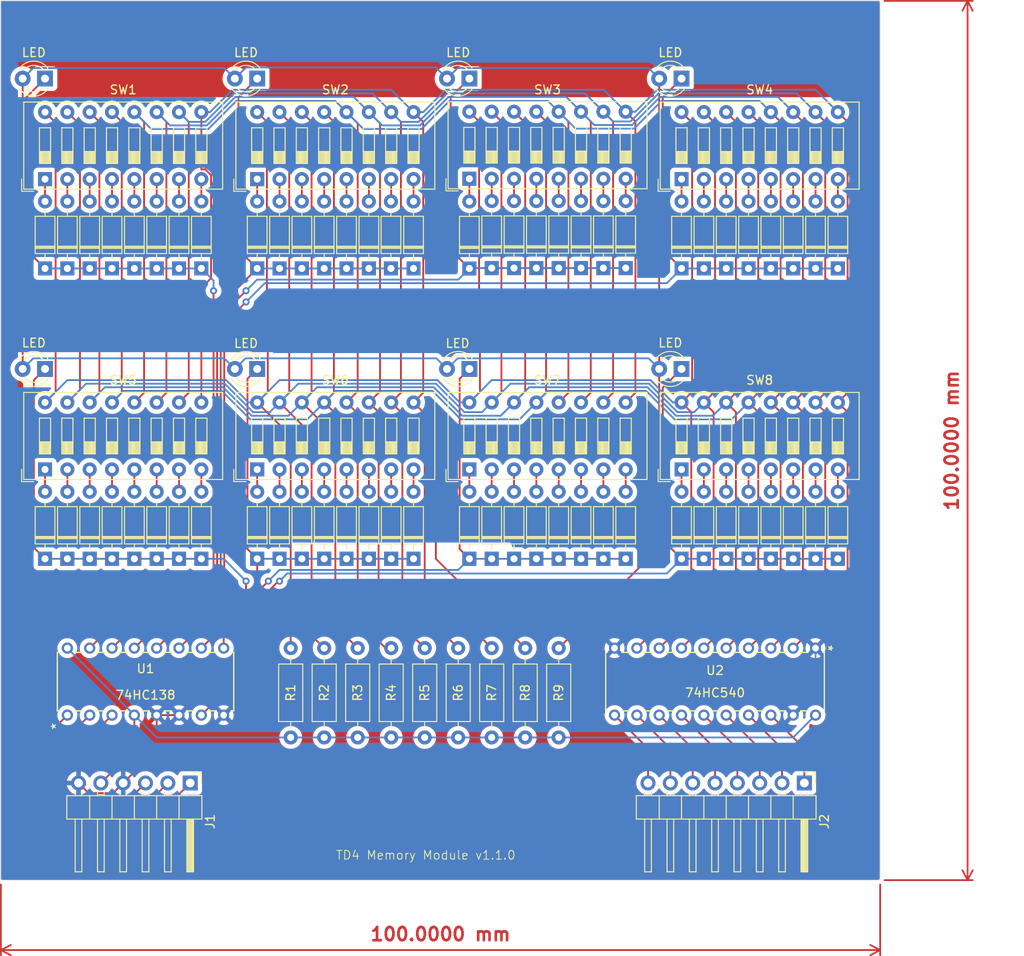
<source format=kicad_pcb>
(kicad_pcb (version 20240108) (generator "pcbnew") (generator_version "8.0")
  (layers (0 "F.Cu" signal) (31 "B.Cu" signal) (34 "B.Paste" user) (35 "F.Paste" user) (36 "B.SilkS" user "B.Silkscreen") (37 "F.SilkS" user "F.Silkscreen") (38 "B.Mask" user) (39 "F.Mask" user) (44 "Edge.Cuts" user))
  (net 0 "")
  (net 1 "Net-(D1-A)")
  (net 2 "Net-(D1-K)")
  (net 3 "Net-(D10-K)")
  (net 4 "Net-(D2-A)")
  (net 5 "Net-(D17-K)")
  (net 6 "Net-(D3-A)")
  (net 7 "Net-(D4-A)")
  (net 8 "Net-(D25-K)")
  (net 9 "Net-(D33-K)")
  (net 10 "Net-(D5-A)")
  (net 11 "Net-(D41-K)")
  (net 12 "Net-(D6-A)")
  (net 13 "Net-(D7-A)")
  (net 14 "Net-(D49-K)")
  (net 15 "Net-(D57-K)")
  (net 16 "Net-(D8-A)")
  (net 17 "Net-(D9-A)")
  (net 18 "Net-(D65-A)")
  (net 19 "+5V")
  (net 20 "Net-(D10-A)")
  (net 21 "Net-(U2-A7)")
  (net 22 "Net-(D11-A)")
  (net 23 "Net-(U2-A6)")
  (net 24 "Net-(D12-A)")
  (net 25 "Net-(U2-A5)")
  (net 26 "Net-(D13-A)")
  (net 27 "Net-(D14-A)")
  (net 28 "Net-(U2-A4)")
  (net 29 "Net-(U2-A3)")
  (net 30 "Net-(D15-A)")
  (net 31 "Net-(D16-A)")
  (net 32 "Net-(U2-A2)")
  (net 33 "Net-(D17-A)")
  (net 34 "Net-(U2-A1)")
  (net 35 "Net-(D18-A)")
  (net 36 "Net-(U2-A0)")
  (net 37 "Net-(D19-A)")
  (net 38 "GND")
  (net 39 "Net-(D20-A)")
  (net 40 "A2")
  (net 41 "A0")
  (net 42 "Net-(D21-A)")
  (net 43 "A1")
  (net 44 "Net-(D22-A)")
  (net 45 "D6")
  (net 46 "Net-(D23-A)")
  (net 47 "Net-(D24-A)")
  (net 48 "D5")
  (net 49 "D0")
  (net 50 "Net-(D25-A)")
  (net 51 "D7")
  (net 52 "Net-(D26-A)")
  (net 53 "Net-(D27-A)")
  (net 54 "D3")
  (net 55 "D1")
  (net 56 "Net-(D28-A)")
  (net 57 "Net-(D29-A)")
  (net 58 "D2")
  (net 59 "Net-(D30-A)")
  (net 60 "D4")
  (net 61 "Net-(D31-A)")
  (net 62 "Net-(D32-A)")
  (net 63 "Net-(D33-A)")
  (net 64 "Net-(D34-A)")
  (net 65 "Net-(D35-A)")
  (net 66 "Net-(D36-A)")
  (net 67 "Net-(D37-A)")
  (net 68 "Net-(D38-A)")
  (net 69 "Net-(D39-A)")
  (net 70 "Net-(D40-A)")
  (net 71 "Net-(D41-A)")
  (net 72 "Net-(D42-A)")
  (net 73 "Net-(D43-A)")
  (net 74 "Net-(D44-A)")
  (net 75 "Net-(D45-A)")
  (net 76 "Net-(D46-A)")
  (net 77 "Net-(D47-A)")
  (net 78 "Net-(D48-A)")
  (net 79 "Net-(D49-A)")
  (net 80 "Net-(D50-A)")
  (net 81 "Net-(D51-A)")
  (net 82 "Net-(D52-A)")
  (net 83 "Net-(D53-A)")
  (net 84 "Net-(D54-A)")
  (net 85 "Net-(D55-A)")
  (net 86 "Net-(D56-A)")
  (net 87 "Net-(D57-A)")
  (net 88 "Net-(D58-A)")
  (net 89 "Net-(D59-A)")
  (net 90 "Net-(D60-A)")
  (net 91 "Net-(D61-A)")
  (net 92 "Net-(D62-A)")
  (net 93 "Net-(D63-A)")
  (net 94 "Net-(D64-A)")
  (footprint "LED_THT:LED_D3.0mm" (layer "F.Cu") (at 117.47 48.89 180)
    (property "Reference" "D68" (hide yes))
    (property "Value" "LED")
  )
  (footprint "Resistor_THT:R_Axial_DIN0207_L6.3mm_D2.5mm_P10.16mm_Horizontal" (layer "F.Cu") (at 76.83 113.66 -90)
    (property "Reference" "R2")
    (property "Value" "R")
  )
  (footprint "Diode_THT:D_DO-35_SOD27_P7.62mm_Horizontal" (layer "F.Cu") (at 103.5 103.5 90)
    (property "Reference" "D53" (hide yes))
    (property "Value" "1N4148" (hide yes))
  )
  (footprint "Diode_THT:D_DO-35_SOD27_P7.62mm_Horizontal" (layer "F.Cu") (at 106.04 103.5 90)
    (property "Reference" "D54" (hide yes))
    (property "Value" "1N4148" (hide yes))
  )
  (footprint "Diode_THT:D_DO-35_SOD27_P7.62mm_Horizontal" (layer "F.Cu") (at 117.47 103.5 90)
    (property "Reference" "D57" (hide yes))
    (property "Value" "1N4148" (hide yes))
  )
  (footprint "Diode_THT:D_DO-35_SOD27_P7.62mm_Horizontal" (layer "F.Cu") (at 47.62 103.5 90)
    (property "Reference" "D34" (hide yes))
    (property "Value" "1N4148" (hide yes))
  )
  (footprint "LED_THT:LED_D3.0mm" (layer "F.Cu") (at 45.08 81.91 180)
    (property "Reference" "D69" (hide yes))
    (property "Value" "LED")
  )
  (footprint "Diode_THT:D_DO-35_SOD27_P7.62mm_Horizontal" (layer "F.Cu") (at 81.91 103.5 90)
    (property "Reference" "D46" (hide yes))
    (property "Value" "1N4148" (hide yes))
  )
  (footprint "Diode_THT:D_DO-35_SOD27_P7.62mm_Horizontal" (layer "F.Cu") (at 57.78 70.48 90)
    (property "Reference" "D6" (hide yes))
    (property "Value" "1N4148" (hide yes))
  )
  (footprint "Diode_THT:D_DO-35_SOD27_P7.62mm_Horizontal" (layer "F.Cu") (at 52.7 103.5 90)
    (property "Reference" "D36" (hide yes))
    (property "Value" "1N4148" (hide yes))
  )
  (footprint "Diode_THT:D_DO-35_SOD27_P7.62mm_Horizontal" (layer "F.Cu") (at 86.99 103.5 90)
    (property "Reference" "D48" (hide yes))
    (property "Value" "1N4148" (hide yes))
  )
  (footprint "Diode_THT:D_DO-35_SOD27_P7.62mm_Horizontal" (layer "F.Cu") (at 71.75 103.5 90)
    (property "Reference" "D42" (hide yes))
    (property "Value" "1N4148" (hide yes))
  )
  (footprint "Diode_THT:D_DO-35_SOD27_P7.62mm_Horizontal" (layer "F.Cu") (at 50.16 103.5 90)
    (property "Reference" "D35" (hide yes))
    (property "Value" "1N4148" (hide yes))
  )
  (footprint "Diode_THT:D_DO-35_SOD27_P7.62mm_Horizontal" (layer "F.Cu") (at 127.63 70.48 90)
    (property "Reference" "D29" (hide yes))
    (property "Value" "1N4148" (hide yes))
  )
  (footprint "Diode_THT:D_DO-35_SOD27_P7.62mm_Horizontal" (layer "F.Cu") (at 127.63 103.5 90)
    (property "Reference" "D61" (hide yes))
    (property "Value" "1N4148" (hide yes))
  )
  (footprint "Diode_THT:D_DO-35_SOD27_P7.62mm_Horizontal" (layer "F.Cu") (at 111.12 70.4375 90)
    (property "Reference" "D24" (hide yes))
    (property "Value" "1N4148" (hide yes))
  )
  (footprint "Diode_THT:D_DO-35_SOD27_P7.62mm_Horizontal" (layer "F.Cu") (at 74.29 103.5 90)
    (property "Reference" "D43" (hide yes))
    (property "Value" "1N4148" (hide yes))
  )
  (footprint "Diode_THT:D_DO-35_SOD27_P7.62mm_Horizontal" (layer "F.Cu") (at 95.88 70.4375 90)
    (property "Reference" "D18" (hide yes))
    (property "Value" "1N4148" (hide yes))
  )
  (footprint "Resistor_THT:R_Axial_DIN0207_L6.3mm_D2.5mm_P10.16mm_Horizontal" (layer "F.Cu") (at 84.45 113.66 -90)
    (property "Reference" "R4")
    (property "Value" "R")
  )
  (footprint "Diode_THT:D_DO-35_SOD27_P7.62mm_Horizontal" (layer "F.Cu") (at 47.62 70.48 90)
    (property "Reference" "D2" (hide yes))
    (property "Value" "1N4148" (hide yes))
  )
  (footprint "Button_Switch_THT:SW_DIP_SPSTx08_Slide_9.78x22.5mm_W7.62mm_P2.54mm" (layer "F.Cu") (at 45.08 60.32 90)
    (property "Reference" "SW1")
    (property "Value" "SW_DIP_x08" (hide yes))
  )
  (footprint "Diode_THT:D_DO-35_SOD27_P7.62mm_Horizontal" (layer "F.Cu") (at 100.96 70.4375 90)
    (property "Reference" "D20" (hide yes))
    (property "Value" "1N4148" (hide yes))
  )
  (footprint "Diode_THT:D_DO-35_SOD27_P7.62mm_Horizontal" (layer "F.Cu") (at 125.09 103.5 90)
    (property "Reference" "D60" (hide yes))
    (property "Value" "1N4148" (hide yes))
  )
  (footprint "Diode_THT:D_DO-35_SOD27_P7.62mm_Horizontal" (layer "F.Cu") (at 69.21 103.5 90)
    (property "Reference" "D41" (hide yes))
    (property "Value" "1N4148" (hide yes))
  )
  (footprint "Diode_THT:D_DO-35_SOD27_P7.62mm_Horizontal" (layer "F.Cu") (at 62.86 70.48 90)
    (property "Reference" "D8" (hide yes))
    (property "Value" "1N4148" (hide yes))
  )
  (footprint "Button_Switch_THT:SW_DIP_SPSTx08_Slide_9.78x22.5mm_W7.62mm_P2.54mm" (layer "F.Cu") (at 45.08 93.34 90)
    (property "Reference" "SW5")
    (property "Value" "SW_DIP_x08" (hide yes))
  )
  (footprint "Diode_THT:D_DO-35_SOD27_P7.62mm_Horizontal" (layer "F.Cu") (at 120.01 103.5 90)
    (property "Reference" "D58" (hide yes))
    (property "Value" "1N4148" (hide yes))
  )
  (footprint "Button_Switch_THT:SW_DIP_SPSTx08_Slide_9.78x22.5mm_W7.62mm_P2.54mm" (layer "F.Cu") (at 93.34 60.2775 90)
    (property "Reference" "SW3")
    (property "Value" "SW_DIP_x08" (hide yes))
  )
  (footprint "Resistor_THT:R_Axial_DIN0207_L6.3mm_D2.5mm_P10.16mm_Horizontal" (layer "F.Cu") (at 99.69 113.66 -90)
    (property "Reference" "R8")
    (property "Value" "R")
  )
  (footprint "TD4_footprint:DIP16_TOS" (layer "F.Cu") (at 47.62 121.28 90)
    (property "Reference" "U1")
    (property "Value" "74HC138")
  )
  (footprint "Diode_THT:D_DO-35_SOD27_P7.62mm_Horizontal" (layer "F.Cu") (at 98.42 70.4375 90)
    (property "Reference" "D19" (hide yes))
    (property "Value" "1N4148" (hide yes))
  )
  (footprint "Diode_THT:D_DO-35_SOD27_P7.62mm_Horizontal" (layer "F.Cu") (at 135.25 103.5 90)
    (property "Reference" "D64" (hide yes))
    (property "Value" "1N4148" (hide yes))
  )
  (footprint "Diode_THT:D_DO-35_SOD27_P7.62mm_Horizontal" (layer "F.Cu") (at 135.25 70.48 90)
    (property "Reference" "D32" (hide yes))
    (property "Value" "1N4148" (hide yes))
  )
  (footprint "Diode_THT:D_DO-35_SOD27_P7.62mm_Horizontal" (layer "F.Cu") (at 103.5 70.4375 90)
    (property "Reference" "D21" (hide yes))
    (property "Value" "1N4148" (hide yes))
  )
  (footprint "Resistor_THT:R_Axial_DIN0207_L6.3mm_D2.5mm_P10.16mm_Horizontal" (layer "F.Cu") (at 95.88 113.66 -90)
    (property "Reference" "R7")
    (property "Value" "R")
  )
  (footprint "Connector_PinHeader_2.54mm:PinHeader_1x06_P2.54mm_Horizontal" (layer "F.Cu") (at 61.59 129 -90)
    (property "Reference" "J1")
    (property "Value" "Conn_01x06_Pin")
  )
  (footprint "Diode_THT:D_DO-35_SOD27_P7.62mm_Horizontal" (layer "F.Cu") (at 108.58 70.4375 90)
    (property "Reference" "D23" (hide yes))
    (property "Value" "1N4148" (hide yes))
  )
  (footprint "Diode_THT:D_DO-35_SOD27_P7.62mm_Horizontal" (layer "F.Cu") (at 93.34 103.5 90)
    (property "Reference" "D49" (hide yes))
    (property "Value" "1N4148" (hide yes))
  )
  (footprint "Diode_THT:D_DO-35_SOD27_P7.62mm_Horizontal" (layer "F.Cu") (at 106.04 70.4375 90)
    (property "Reference" "D22" (hide yes))
    (property "Value" "1N4148" (hide yes))
  )
  (footprint "Button_Switch_THT:SW_DIP_SPSTx08_Slide_9.78x22.5mm_W7.62mm_P2.54mm" (layer "F.Cu") (at 69.21 93.34 90)
    (property "Reference" "SW6")
    (property "Value" "SW_DIP_x08" (hide yes))
  )
  (footprint "Diode_THT:D_DO-35_SOD27_P7.62mm_Horizontal" (layer "F.Cu") (at 76.83 103.5 90)
    (property "Reference" "D44" (hide yes))
    (property "Value" "1N4148" (hide yes))
  )
  (footprint "Diode_THT:D_DO-35_SOD27_P7.62mm_Horizontal" (layer "F.Cu") (at 45.08 103.5 90)
    (property "Reference" "D33" (hide yes))
    (property "Value" "1N4148" (hide yes))
  )
  (footprint "LED_THT:LED_D3.0mm" (layer "F.Cu") (at 117.47 81.91 180)
    (property "Reference" "D72" (hide yes))
    (property "Value" "LED")
  )
  (footprint "LED_THT:LED_D3.0mm" (layer "F.Cu") (at 93.34 81.91 180)
    (property "Reference" "D71" (hide yes))
    (property "Value" "LED")
  )
  (footprint "Diode_THT:D_DO-35_SOD27_P7.62mm_Horizontal" (layer "F.Cu") (at 81.91 70.48 90)
    (property "Reference" "D14" (hide yes))
    (property "Value" "1N4148" (hide yes))
  )
  (footprint "Diode_THT:D_DO-35_SOD27_P7.62mm_Horizontal" (layer "F.Cu") (at 50.16 70.48 90)
    (property "Reference" "D3" (hide yes))
    (property "Value" "1N4148" (hide yes))
  )
  (footprint "LED_THT:LED_D3.0mm" (layer "F.Cu") (at 45.08 48.89 180)
    (property "Reference" "D65" (hide yes))
    (property "Value" "LED")
  )
  (footprint "Button_Switch_THT:SW_DIP_SPSTx08_Slide_9.78x22.5mm_W7.62mm_P2.54mm" (layer "F.Cu") (at 69.21 60.32 90)
    (property "Reference" "SW2")
    (property "Value" "SW_DIP_x08" (hide yes))
  )
  (footprint "LED_THT:LED_D3.0mm" (layer "F.Cu") (at 93.34 48.89 180)
    (property "Reference" "D67" (hide yes))
    (property "Value" "LED")
  )
  (footprint "Diode_THT:D_DO-35_SOD27_P7.62mm_Horizontal" (layer "F.Cu") (at 125.09 70.48 90)
    (property "Reference" "D28" (hide yes))
    (property "Value" "1N4148" (hide yes))
  )
  (footprint "TD4_footprint:DIP20_TOS" (layer "F.Cu") (at 132.71 113.66 -90)
    (property "Reference" "U2")
    (property "Value" "74HC540")
  )
  (footprint "Diode_THT:D_DO-35_SOD27_P7.62mm_Horizontal" (layer "F.Cu") (at 52.7 70.48 90)
    (property "Reference" "D4" (hide yes))
    (property "Value" "1N4148" (hide yes))
  )
  (footprint "Diode_THT:D_DO-35_SOD27_P7.62mm_Horizontal" (layer "F.Cu") (at 79.37 70.48 90)
    (property "Reference" "D13" (hide yes))
    (property "Value" "1N4148" (hide yes))
  )
  (footprint "Diode_THT:D_DO-35_SOD27_P7.62mm_Horizontal" (layer "F.Cu") (at 71.75 70.48 90)
    (property "Reference" "D10" (hide yes))
    (property "Value" "1N4148" (hide yes))
  )
  (footprint "Diode_THT:D_DO-35_SOD27_P7.62mm_Horizontal" (layer "F.Cu") (at 76.83 70.48 90)
    (property "Reference" "D12" (hide yes))
    (property "Value" "1N4148" (hide yes))
  )
  (footprint "Diode_THT:D_DO-35_SOD27_P7.62mm_Horizontal" (layer "F.Cu") (at 98.42 103.5 90)
    (property "Reference" "D51" (hide yes))
    (property "Value" "1N4148" (hide yes))
  )
  (footprint "Diode_THT:D_DO-35_SOD27_P7.62mm_Horizontal" (layer "F.Cu") (at 95.88 103.5 90)
    (property "Reference" "D50" (hide yes))
    (property "Value" "1N4148" (hide yes))
  )
  (footprint "Diode_THT:D_DO-35_SOD27_P7.62mm_Horizontal" (layer "F.Cu") (at 132.71 70.48 90)
    (property "Reference" "D31" (hide yes))
    (property "Value" "1N4148" (hide yes))
  )
  (footprint "Resistor_THT:R_Axial_DIN0207_L6.3mm_D2.5mm_P10.16mm_Horizontal" (layer "F.Cu") (at 80.64 113.66 -90)
    (property "Reference" "R3")
    (property "Value" "R")
  )
  (footprint "Button_Switch_THT:SW_DIP_SPSTx08_Slide_9.78x22.5mm_W7.62mm_P2.54mm" (layer "F.Cu") (at 117.47 93.34 90)
    (property "Reference" "SW8")
    (property "Value" "SW_DIP_x08" (hide yes))
  )
  (footprint "Diode_THT:D_DO-35_SOD27_P7.62mm_Horizontal" (layer "F.Cu") (at 62.86 103.5 90)
    (property "Reference" "D40" (hide yes))
    (property "Value" "1N4148" (hide yes))
  )
  (footprint "Button_Switch_THT:SW_DIP_SPSTx08_Slide_9.78x22.5mm_W7.62mm_P2.54mm" (layer "F.Cu") (at 93.34 93.34 90)
    (property "Reference" "SW7")
    (property "Value" "SW_DIP_x08" (hide yes))
  )
  (footprint "Diode_THT:D_DO-35_SOD27_P7.62mm_Horizontal" (layer "F.Cu") (at 55.24 103.5 90)
    (property "Reference" "D37" (hide yes))
    (property "Value" "1N4148" (hide yes))
  )
  (footprint "Diode_THT:D_DO-35_SOD27_P7.62mm_Horizontal" (layer "F.Cu") (at 130.17 70.48 90)
    (property "Reference" "D30" (hide yes))
    (property "Value" "1N4148" (hide yes))
  )
  (footprint "Resistor_THT:R_Axial_DIN0207_L6.3mm_D2.5mm_P10.16mm_Horizontal" (layer "F.Cu") (at 92.07 113.66 -90)
    (property "Reference" "R6")
    (property "Value" "R")
  )
  (footprint "Button_Switch_THT:SW_DIP_SPSTx08_Slide_9.78x22.5mm_W7.62mm_P2.54mm" (layer "F.Cu") (at 117.47 60.32 90)
    (property "Reference" "SW4")
    (property "Value" "SW_DIP_x08" (hide yes))
  )
  (footprint "Diode_THT:D_DO-35_SOD27_P7.62mm_Horizontal" (layer "F.Cu") (at 93.34 70.4875 90)
    (property "Reference" "D17" (hide yes))
    (property "Value" "1N4148" (hide yes))
  )
  (footprint "Resistor_THT:R_Axial_DIN0207_L6.3mm_D2.5mm_P10.16mm_Horizontal" (layer "F.Cu") (at 73.02 113.66 -90)
    (property "Reference" "R1")
    (property "Value" "R")
  )
  (footprint "Diode_THT:D_DO-35_SOD27_P7.62mm_Horizontal" (layer "F.Cu") (at 108.58 103.5 90)
    (property "Reference" "D55" (hide yes))
    (property "Value" "1N4148" (hide yes))
  )
  (footprint "Diode_THT:D_DO-35_SOD27_P7.62mm_Horizontal" (layer "F.Cu") (at 45.08 70.48 90)
    (property "Reference" "D1" (hide yes))
    (property "Value" "1N4148" (hide yes))
  )
  (footprint "Diode_THT:D_DO-35_SOD27_P7.62mm_Horizontal" (layer "F.Cu") (at 60.32 70.48 90)
    (property "Reference" "D7" (hide yes))
    (property "Value" "1N4148" (hide yes))
  )
  (footprint "Diode_THT:D_DO-35_SOD27_P7.62mm_Horizontal" (layer "F.Cu") (at 55.24 70.48 90)
    (property "Reference" "D5" (hide yes))
    (property "Value" "1N4148" (hide yes))
  )
  (footprint "Diode_THT:D_DO-35_SOD27_P7.62mm_Horizontal" (layer "F.Cu") (at 122.55 103.5 90)
    (property "Reference" "D59" (hide yes))
    (property "Value" "1N4148" (hide yes))
  )
  (footprint "Diode_THT:D_DO-35_SOD27_P7.62mm_Horizontal" (layer "F.Cu") (at 60.32 103.5 90)
    (property "Reference" "D39" (hide yes))
    (property "Value" "1N4148" (hide yes))
  )
  (footprint "Diode_THT:D_DO-35_SOD27_P7.62mm_Horizontal" (layer "F.Cu") (at 120.01 70.48 90)
    (property "Reference" "D26" (hide yes))
    (property "Value" "1N4148" (hide yes))
  )
  (footprint "Diode_THT:D_DO-35_SOD27_P7.62mm_Horizontal" (layer "F.Cu") (at 74.29 70.48 90)
    (property "Reference" "D11" (hide yes))
    (property "Value" "1N4148" (hide yes))
  )
  (footprint "Diode_THT:D_DO-35_SOD27_P7.62mm_Horizontal" (layer "F.Cu") (at 122.55 70.48 90)
    (property "Reference" "D27" (hide yes))
    (property "Value" "1N4148" (hide yes))
  )
  (footprint "Diode_THT:D_DO-35_SOD27_P7.62mm_Horizontal" (layer "F.Cu") (at 132.71 103.5 90)
    (property "Reference" "D63" (hide yes))
    (property "Value" "1N4148" (hide yes))
  )
  (footprint "Diode_THT:D_DO-35_SOD27_P7.62mm_Horizontal" (layer "F.Cu") (at 69.21 70.48 90)
    (property "Reference" "D9" (hide yes))
    (property "Value" "1N4148" (hide yes))
  )
  (footprint "Diode_THT:D_DO-35_SOD27_P7.62mm_Horizontal" (layer "F.Cu") (at 57.78 103.5 90)
    (property "Reference" "D38" (hide yes))
    (property "Value" "1N4148" (hide yes))
  )
  (footprint "Diode_THT:D_DO-35_SOD27_P7.62mm_Horizontal" (layer "F.Cu") (at 130.17 103.5 90)
    (property "Reference" "D62" (hide yes))
    (property "Value" "1N4148" (hide yes))
  )
  (footprint "Diode_THT:D_DO-35_SOD27_P7.62mm_Horizontal" (layer "F.Cu") (at 117.47 70.48 90)
    (property "Reference" "D25" (hide yes))
    (property "Value" "1N4148" (hide yes))
  )
  (footprint "Connector_PinHeader_2.54mm:PinHeader_1x08_P2.54mm_Horizontal" (layer "F.Cu") (at 131.44 129 -90)
    (property "Reference" "J2")
    (property "Value" "Conn_01x08_Pin")
  )
  (footprint "Diode_THT:D_DO-35_SOD27_P7.62mm_Horizontal" (layer "F.Cu") (at 79.37 103.5 90)
    (property "Reference" "D45" (hide yes))
    (property "Value" "1N4148" (hide yes))
  )
  (footprint "LED_THT:LED_D3.0mm" (layer "F.Cu") (at 69.21 81.91 180)
    (property "Reference" "D70" (hide yes))
    (property "Value" "LED")
  )
  (footprint "LED_THT:LED_D3.0mm" (layer "F.Cu") (at 69.21 48.89 180)
    (property "Reference" "D66" (hide yes))
    (property "Value" "LED")
  )
  (footprint "Diode_THT:D_DO-35_SOD27_P7.62mm_Horizontal" (layer "F.Cu") (at 84.45 103.5 90)
    (property "Reference" "D47" (hide yes))
    (property "Value" "1N4148" (hide yes))
  )
  (footprint "Diode_THT:D_DO-35_SOD27_P7.62mm_Horizontal" (layer "F.Cu") (at 86.99 70.48 90)
    (property "Reference" "D16" (hide yes))
    (property "Value" "1N4148" (hide yes))
  )
  (footprint "Diode_THT:D_DO-35_SOD27_P7.62mm_Horizontal" (layer "F.Cu") (at 100.96 103.5 90)
    (property "Reference" "D52" (hide yes))
    (property "Value" "1N4148" (hide yes))
  )
  (footprint "Diode_THT:D_DO-35_SOD27_P7.62mm_Horizontal" (layer "F.Cu") (at 84.42 70.48 90)
    (property "Reference" "D15" (hide yes))
    (property "Value" "1N4148" (hide yes))
  )
  (footprint "Diode_THT:D_DO-35_SOD27_P7.62mm_Horizontal" (layer "F.Cu") (at 111.12 103.5 90)
    (property "Reference" "D56" (hide yes))
    (property "Value" "1N4148" (hide yes))
  )
  (footprint "Resistor_THT:R_Axial_DIN0207_L6.3mm_D2.5mm_P10.16mm_Horizontal" (layer "F.Cu") (at 103.5 123.82 90)
    (property "Reference" "R9")
    (property "Value" "R")
  )
  (footprint "Resistor_THT:R_Axial_DIN0207_L6.3mm_D2.5mm_P10.16mm_Horizontal" (layer "F.Cu") (at 88.26 113.66 -90)
    (property "Reference" "R5")
    (property "Value" "R")
  )
  (gr_rect (start 40.06 40.05) (end 140.06 140.05) (stroke (width 0.05)) (fill none) (layer "Edge.Cuts"))
  (gr_text "TD4 Memory Module v1.1.0" (at 78.1 137.79 0) (layer "F.SilkS") (effects (font (size 1 1) (thickness 0.1)) (justify left bottom)))
  (dimension (type aligned) (layer "F.Cu") (pts (xy 140.06 140.05) (xy 140.06 40.05)) (height 9.94) (gr_text "100.0000 mm" (at 148.2 90.05 90) (layer "F.Cu") (effects (font (size 1.5 1.5) (thickness 0.3)))) (format (prefix "") (suffix "") (units 3) (units_format 1) (precision 4)) (style (thickness 0.2) (arrow_length 1.27) (text_position_mode 0) (extension_height 0.58642) (extension_offset 0.5) keep_text_aligned))
  (dimension (type aligned) (layer "F.Cu") (pts (xy 40.06 140.05) (xy 140.06 140.05)) (height 7.95) (gr_text "100.0000 mm" (at 90.06 146.2 0) (layer "F.Cu") (effects (font (size 1.5 1.5) (thickness 0.3)))) (format (prefix "") (suffix "") (units 3) (units_format 1) (precision 4)) (style (thickness 0.2) (arrow_length 1.27) (text_position_mode 0) (extension_height 0.58642) (extension_offset 0.5) keep_text_aligned))
  (segment (start 45.08 60.32) (end 45.08 62.86) (width 0.2032) (layer "F.Cu") (net 1))
  (segment (start 59.002192 110.7136) (end 53.1064 110.7136) (width 0.2032) (layer "F.Cu") (net 2))
  (segment (start 53.1064 110.7136) (end 50.16 113.66) (width 0.2032) (layer "F.Cu") (net 2))
  (segment (start 64.246 105.469792) (end 59.002192 110.7136) (width 0.2032) (layer "F.Cu") (net 2))
  (segment (start 64.246 73.02) (end 64.246 105.469792) (width 0.2032) (layer "F.Cu") (net 2))
  (segment (start 42.9464 51.0236) (end 42.9464 68.3464) (width 0.2032) (layer "F.Cu") (net 2))
  (segment (start 45.08 48.89) (end 42.9464 51.0236) (width 0.2032) (layer "F.Cu") (net 2))
  (segment (start 42.9464 68.3464) (end 45.08 70.48) (width 0.2032) (layer "F.Cu") (net 2))
  (via (at 64.246 73.02) (size 0.8) (drill 0.4) (layers "F.Cu" "B.Cu") (net 2))
  (segment (start 62.86 70.48) (end 45.08 70.48) (width 0.2032) (layer "B.Cu") (net 2))
  (segment (start 64.246 71.866) (end 62.86 70.48) (width 0.2032) (layer "B.Cu") (net 2))
  (segment (start 64.246 73.02) (end 64.246 71.866) (width 0.2032) (layer "B.Cu") (net 2))
  (segment (start 52.7 113.66) (end 55.24 111.12) (width 0.2032) (layer "F.Cu") (net 3))
  (segment (start 55.24 111.12) (end 59.170528 111.12) (width 0.2032) (layer "F.Cu") (net 3))
  (segment (start 64.6524 75.0376) (end 69.21 70.48) (width 0.2032) (layer "F.Cu") (net 3))
  (segment (start 67.0764 68.3464) (end 69.21 70.48) (width 0.2032) (layer "F.Cu") (net 3))
  (segment (start 64.6524 105.638128) (end 64.6524 75.0376) (width 0.2032) (layer "F.Cu") (net 3))
  (segment (start 59.170528 111.12) (end 64.6524 105.638128) (width 0.2032) (layer "F.Cu") (net 3))
  (segment (start 67.0764 51.0236) (end 67.0764 68.3464) (width 0.2032) (layer "F.Cu") (net 3))
  (segment (start 69.21 48.89) (end 67.0764 51.0236) (width 0.2032) (layer "F.Cu") (net 3))
  (segment (start 86.99 70.48) (end 69.21 70.48) (width 0.2032) (layer "B.Cu") (net 3))
  (segment (start 47.62 60.32) (end 47.62 62.86) (width 0.2032) (layer "F.Cu") (net 4))
  (segment (start 91.2064 51.0236) (end 91.2064 68.3539) (width 0.2032) (layer "F.Cu") (net 5))
  (segment (start 65.0588 75.9012) (end 65.0588 105.806464) (width 0.2032) (layer "F.Cu") (net 5))
  (segment (start 59.338864 111.5264) (end 57.3736 111.5264) (width 0.2032) (layer "F.Cu") (net 5))
  (segment (start 91.2064 68.3539) (end 93.34 70.4875) (width 0.2032) (layer "F.Cu") (net 5))
  (segment (start 57.3736 111.5264) (end 55.24 113.66) (width 0.2032) (layer "F.Cu") (net 5))
  (segment (start 93.34 48.89) (end 91.2064 51.0236) (width 0.2032) (layer "F.Cu") (net 5))
  (segment (start 65.0588 105.806464) (end 59.338864 111.5264) (width 0.2032) (layer "F.Cu") (net 5))
  (segment (start 67.94 73.02) (end 65.0588 75.9012) (width 0.2032) (layer "F.Cu") (net 5))
  (via (at 67.94 73.02) (size 0.8) (drill 0.4) (layers "F.Cu" "B.Cu") (net 5))
  (segment (start 92.0775 71.75) (end 93.34 70.4875) (width 0.2032) (layer "B.Cu") (net 5))
  (segment (start 67.94 73.02) (end 69.21 71.75) (width 0.2032) (layer "B.Cu") (net 5))
  (segment (start 93.39 70.4375) (end 93.34 70.4875) (width 0.2032) (layer "B.Cu") (net 5))
  (segment (start 69.21 71.75) (end 92.0775 71.75) (width 0.2032) (layer "B.Cu") (net 5))
  (segment (start 111.12 70.4375) (end 93.39 70.4375) (width 0.2032) (layer "B.Cu") (net 5))
  (segment (start 50.16 60.32) (end 50.16 62.86) (width 0.2032) (layer "F.Cu") (net 6))
  (segment (start 52.7 60.32) (end 52.7 62.86) (width 0.2032) (layer "F.Cu") (net 7))
  (segment (start 117.47 48.89) (end 115.3364 51.0236) (width 0.2032) (layer "F.Cu") (net 8))
  (segment (start 115.3364 68.3464) (end 117.47 70.48) (width 0.2032) (layer "F.Cu") (net 8))
  (segment (start 115.3364 51.0236) (end 115.3364 68.3464) (width 0.2032) (layer "F.Cu") (net 8))
  (segment (start 65.4652 105.9748) (end 57.78 113.66) (width 0.2032) (layer "F.Cu") (net 8))
  (segment (start 67.94 74.29) (end 65.4652 76.7648) (width 0.2032) (layer "F.Cu") (net 8))
  (segment (start 65.4652 76.7648) (end 65.4652 105.9748) (width 0.2032) (layer "F.Cu") (net 8))
  (via (at 67.94 74.29) (size 0.8) (drill 0.4) (layers "F.Cu" "B.Cu") (net 8))
  (segment (start 135.25 70.48) (end 117.47 70.48) (width 0.2032) (layer "B.Cu") (net 8))
  (segment (start 70.0736 72.1564) (end 115.7936 72.1564) (width 0.2032) (layer "B.Cu") (net 8))
  (segment (start 115.7936 72.1564) (end 117.47 70.48) (width 0.2032) (layer "B.Cu") (net 8))
  (segment (start 67.94 74.29) (end 70.0736 72.1564) (width 0.2032) (layer "B.Cu") (net 8))
  (segment (start 61.59 112.39) (end 60.32 113.66) (width 0.2032) (layer "F.Cu") (net 9))
  (segment (start 67.94 108.005264) (end 63.555264 112.39) (width 0.2032) (layer "F.Cu") (net 9))
  (segment (start 43.81 83.18) (end 43.81 102.23) (width 0.2032) (layer "F.Cu") (net 9))
  (segment (start 43.81 102.23) (end 45.08 103.5) (width 0.2032) (layer "F.Cu") (net 9))
  (segment (start 45.08 81.91) (end 43.81 83.18) (width 0.2032) (layer "F.Cu") (net 9))
  (segment (start 63.555264 112.39) (end 61.59 112.39) (width 0.2032) (layer "F.Cu") (net 9))
  (segment (start 67.94 106.04) (end 67.94 108.005264) (width 0.2032) (layer "F.Cu") (net 9))
  (via (at 67.94 106.04) (size 0.8) (drill 0.4) (layers "F.Cu" "B.Cu") (net 9))
  (segment (start 65.4 103.5) (end 67.94 106.04) (width 0.2032) (layer "B.Cu") (net 9))
  (segment (start 62.86 103.5) (end 45.08 103.5) (width 0.2032) (layer "B.Cu") (net 9))
  (segment (start 62.86 103.5) (end 65.4 103.5) (width 0.2032) (layer "B.Cu") (net 9))
  (segment (start 55.24 60.32) (end 55.24 62.86) (width 0.2032) (layer "F.Cu") (net 10))
  (segment (start 68.1052 102.3952) (end 69.21 103.5) (width 0.2032) (layer "F.Cu") (net 11))
  (segment (start 68.1052 83.0148) (end 68.1052 102.3952) (width 0.2032) (layer "F.Cu") (net 11))
  (segment (start 69.21 81.91) (end 68.1052 83.0148) (width 0.2032) (layer "F.Cu") (net 11))
  (segment (start 69.21 107.31) (end 62.86 113.66) (width 0.2032) (layer "F.Cu") (net 11))
  (segment (start 69.21 103.5) (end 69.21 107.31) (width 0.2032) (layer "F.Cu") (net 11))
  (segment (start 86.99 103.5) (end 69.21 103.5) (width 0.2032) (layer "B.Cu") (net 11))
  (segment (start 57.78 60.32) (end 57.78 62.86) (width 0.2032) (layer "F.Cu") (net 12))
  (segment (start 60.32 60.32) (end 60.32 62.86) (width 0.2032) (layer "F.Cu") (net 13))
  (segment (start 65.4 111.694736) (end 65.4 113.66) (width 0.2032) (layer "F.Cu") (net 14))
  (segment (start 69.6164 106.9036) (end 69.6164 107.478336) (width 0.2032) (layer "F.Cu") (net 14))
  (segment (start 93.34 81.91) (end 92.2352 83.0148) (width 0.2032) (layer "F.Cu") (net 14))
  (segment (start 92.2352 102.3952) (end 93.34 103.5) (width 0.2032) (layer "F.Cu") (net 14))
  (segment (start 69.6164 107.478336) (end 65.4 111.694736) (width 0.2032) (layer "F.Cu") (net 14))
  (segment (start 92.2352 83.0148) (end 92.2352 102.3952) (width 0.2032) (layer "F.Cu") (net 14))
  (segment (start 70.48 106.04) (end 69.6164 106.9036) (width 0.2032) (layer "F.Cu") (net 14))
  (via (at 70.48 106.04) (size 0.8) (drill 0.4) (layers "F.Cu" "B.Cu") (net 14))
  (segment (start 92.07 104.77) (end 93.34 103.5) (width 0.2032) (layer "B.Cu") (net 14))
  (segment (start 71.75 104.77) (end 92.07 104.77) (width 0.2032) (layer "B.Cu") (net 14))
  (segment (start 111.12 103.5) (end 93.34 103.5) (width 0.2032) (layer "B.Cu") (net 14))
  (segment (start 70.48 106.04) (end 71.75 104.77) (width 0.2032) (layer "B.Cu") (net 14))
  (segment (start 66.67 117.47) (end 62.86 121.28) (width 0.2032) (layer "F.Cu") (net 15))
  (segment (start 66.67 110.999472) (end 66.67 117.47) (width 0.2032) (layer "F.Cu") (net 15))
  (segment (start 117.47 81.91) (end 115.3364 84.0436) (width 0.2032) (layer "F.Cu") (net 15))
  (segment (start 115.3364 101.3664) (end 117.47 103.5) (width 0.2032) (layer "F.Cu") (net 15))
  (segment (start 71.75 106.04) (end 71.629472 106.04) (width 0.2032) (layer "F.Cu") (net 15))
  (segment (start 115.3364 84.0436) (end 115.3364 101.3664) (width 0.2032) (layer "F.Cu") (net 15))
  (segment (start 71.629472 106.04) (end 66.67 110.999472) (width 0.2032) (layer "F.Cu") (net 15))
  (via (at 71.75 106.04) (size 0.8) (drill 0.4) (layers "F.Cu" "B.Cu") (net 15))
  (segment (start 71.75 106.04) (end 72.6136 105.1764) (width 0.2032) (layer "B.Cu") (net 15))
  (segment (start 135.25 103.5) (end 117.47 103.5) (width 0.2032) (layer "B.Cu") (net 15))
  (segment (start 115.7936 105.1764) (end 117.47 103.5) (width 0.2032) (layer "B.Cu") (net 15))
  (segment (start 72.6136 105.1764) (end 115.7936 105.1764) (width 0.2032) (layer "B.Cu") (net 15))
  (segment (start 62.86 60.32) (end 62.86 62.86) (width 0.2032) (layer "F.Cu") (net 16))
  (segment (start 69.21 60.32) (end 69.21 62.86) (width 0.2032) (layer "F.Cu") (net 17))
  (segment (start 42.54 48.89) (end 42.54 81.91) (width 0.2032) (layer "F.Cu") (net 18))
  (segment (start 114.93 102.23) (end 103.5 113.66) (width 0.2032) (layer "F.Cu") (net 18))
  (segment (start 114.93 48.89) (end 114.93 81.91) (width 0.2032) (layer "F.Cu") (net 18))
  (segment (start 114.93 81.91) (end 114.93 102.23) (width 0.2032) (layer "F.Cu") (net 18))
  (segment (start 42.54 48.89) (end 43.7448 47.6852) (width 0.2032) (layer "B.Cu") (net 18))
  (segment (start 66.67 81.91) (end 67.8748 80.7052) (width 0.2032) (layer "B.Cu") (net 18))
  (segment (start 43.7448 80.7052) (end 65.4652 80.7052) (width 0.2032) (layer "B.Cu") (net 18))
  (segment (start 92.0048 80.7052) (end 113.7252 80.7052) (width 0.2032) (layer "B.Cu") (net 18))
  (segment (start 89.5952 80.7052) (end 90.8 81.91) (width 0.2032) (layer "B.Cu") (net 18))
  (segment (start 92.0048 47.6852) (end 113.7252 47.6852) (width 0.2032) (layer "B.Cu") (net 18))
  (segment (start 42.54 81.91) (end 43.7448 80.7052) (width 0.2032) (layer "B.Cu") (net 18))
  (segment (start 90.8 48.89) (end 92.0048 47.6852) (width 0.2032) (layer "B.Cu") (net 18))
  (segment (start 65.4652 80.7052) (end 66.67 81.91) (width 0.2032) (layer "B.Cu") (net 18))
  (segment (start 67.8748 80.7052) (end 89.5952 80.7052) (width 0.2032) (layer "B.Cu") (net 18))
  (segment (start 90.8 81.91) (end 92.0048 80.7052) (width 0.2032) (layer "B.Cu") (net 18))
  (segment (start 43.7448 47.6852) (end 65.4652 47.6852) (width 0.2032) (layer "B.Cu") (net 18))
  (segment (start 65.4652 47.6852) (end 66.67 48.89) (width 0.2032) (layer "B.Cu") (net 18))
  (segment (start 113.7252 47.6852) (end 114.93 48.89) (width 0.2032) (layer "B.Cu") (net 18))
  (segment (start 113.7252 80.7052) (end 114.93 81.91) (width 0.2032) (layer "B.Cu") (net 18))
  (segment (start 67.94 47.62) (end 89.53 47.62) (width 0.2032) (layer "B.Cu") (net 18))
  (segment (start 89.53 47.62) (end 90.8 48.89) (width 0.2032) (layer "B.Cu") (net 18))
  (segment (start 66.67 48.89) (end 67.94 47.62) (width 0.2032) (layer "B.Cu") (net 18))
  (segment (start 51.43 129) (end 55.24 125.19) (width 0.2032) (layer "F.Cu") (net 19))
  (segment (start 55.24 125.19) (end 55.24 121.28) (width 0.2032) (layer "F.Cu") (net 19))
  (segment (start 73.02 123.82) (end 103.5 123.82) (width 0.2032) (layer "B.Cu") (net 19))
  (segment (start 57.78 123.82) (end 73.02 123.82) (width 0.2032) (layer "B.Cu") (net 19))
  (segment (start 103.5 123.82) (end 130.17 123.82) (width 0.2032) (layer "B.Cu") (net 19))
  (segment (start 55.24 121.28) (end 47.62 113.66) (width 0.2032) (layer "B.Cu") (net 19))
  (segment (start 55.24 121.28) (end 57.78 123.82) (width 0.2032) (layer "B.Cu") (net 19))
  (segment (start 130.17 123.82) (end 132.71 121.28) (width 0.2032) (layer "B.Cu") (net 19))
  (segment (start 71.75 60.32) (end 71.75 62.86) (width 0.2032) (layer "F.Cu") (net 20))
  (segment (start 46.2848 53.9048) (end 46.2848 84.5152) (width 0.2032) (layer "F.Cu") (net 21))
  (segment (start 118.6748 84.5152) (end 117.47 85.72) (width 0.2032) (layer "F.Cu") (net 21))
  (segment (start 118.5748 86.8248) (end 118.5748 107.4752) (width 0.2032) (layer "F.Cu") (net 21))
  (segment (start 45.08 52.7) (end 46.2848 53.9048) (width 0.2032) (layer "F.Cu") (net 21))
  (segment (start 69.21 85.72) (end 73.02 89.53) (width 0.2032) (layer "F.Cu") (net 21))
  (segment (start 94.4448 79.6004) (end 94.5448 79.7004) (width 0.2032) (layer "F.Cu") (net 21))
  (segment (start 118.5748 107.4752) (end 112.39 113.66) (width 0.2032) (layer "F.Cu") (net 21))
  (segment (start 117.47 85.72) (end 118.5748 86.8248) (width 0.2032) (layer "F.Cu") (net 21))
  (segment (start 70.4148 84.5152) (end 69.21 85.72) (width 0.2032) (layer "F.Cu") (net 21))
  (segment (start 46.2848 84.5152) (end 45.08 85.72) (width 0.2032) (layer "F.Cu") (net 21))
  (segment (start 94.5448 84.5152) (end 93.34 85.72) (width 0.2032) (layer "F.Cu") (net 21))
  (segment (start 117.47 52.7) (end 118.6748 53.9048) (width 0.2032) (layer "F.Cu") (net 21))
  (segment (start 70.4148 79.7004) (end 70.4148 84.5152) (width 0.2032) (layer "F.Cu") (net 21))
  (segment (start 93.34 52.6575) (end 94.4448 53.7623) (width 0.2032) (layer "F.Cu") (net 21))
  (segment (start 69.21 52.7) (end 70.3148 53.8048) (width 0.2032) (layer "F.Cu") (net 21))
  (segment (start 73.02 89.53) (end 73.02 113.66) (width 0.2032) (layer "F.Cu") (net 21))
  (segment (start 70.3148 53.8048) (end 70.3148 79.6004) (width 0.2032) (layer "F.Cu") (net 21))
  (segment (start 94.5448 79.7004) (end 94.5448 84.5152) (width 0.2032) (layer "F.Cu") (net 21))
  (segment (start 94.4448 53.7623) (end 94.4448 79.6004) (width 0.2032) (layer "F.Cu") (net 21))
  (segment (start 118.6748 53.9048) (end 118.6748 84.5152) (width 0.2032) (layer "F.Cu") (net 21))
  (segment (start 70.3148 79.6004) (end 70.4148 79.7004) (width 0.2032) (layer "F.Cu") (net 21))
  (segment (start 113.942312 83.18) (end 116.482312 85.72) (width 0.2032) (layer "B.Cu") (net 21))
  (segment (start 45.08 85.72) (end 47.62 83.18) (width 0.2032) (layer "B.Cu") (net 21))
  (segment (start 116.482312 85.72) (end 117.47 85.72) (width 0.2032) (layer "B.Cu") (net 21))
  (segment (start 71.75 83.18) (end 89.698336 83.18) (width 0.2032) (layer "B.Cu") (net 21))
  (segment (start 93.34 85.72) (end 95.88 83.18) (width 0.2032) (layer "B.Cu") (net 21))
  (segment (start 68.222312 85.72) (end 69.21 85.72) (width 0.2032) (layer "B.Cu") (net 21))
  (segment (start 92.238336 85.72) (end 93.34 85.72) (width 0.2032) (layer "B.Cu") (net 21))
  (segment (start 69.21 85.72) (end 71.75 83.18) (width 0.2032) (layer "B.Cu") (net 21))
  (segment (start 95.88 83.18) (end 113.942312 83.18) (width 0.2032) (layer "B.Cu") (net 21))
  (segment (start 89.698336 83.18) (end 92.238336 85.72) (width 0.2032) (layer "B.Cu") (net 21))
  (segment (start 47.62 83.18) (end 65.682312 83.18) (width 0.2032) (layer "B.Cu") (net 21))
  (segment (start 65.682312 83.18) (end 68.222312 85.72) (width 0.2032) (layer "B.Cu") (net 21))
  (segment (start 74.29 60.32) (end 74.29 62.86) (width 0.2032) (layer "F.Cu") (net 22))
  (segment (start 120.01 85.72) (end 121.1148 86.8248) (width 0.2032) (layer "F.Cu") (net 23))
  (segment (start 49.0552 54.1352) (end 49.0552 84.2848) (width 0.2032) (layer "F.Cu") (net 23))
  (segment (start 75.3948 89.3648) (end 75.3948 112.2248) (width 0.2032) (layer "F.Cu") (net 23))
  (segment (start 72.8548 84.6152) (end 71.75 85.72) (width 0.2032) (layer "F.Cu") (net 23))
  (segment (start 96.9848 53.7623) (end 96.9848 84.6152) (width 0.2032) (layer "F.Cu") (net 23))
  (segment (start 121.1148 107.4752) (end 114.93 113.66) (width 0.2032) (layer "F.Cu") (net 23))
  (segment (start 121.28 84.45) (end 120.01 85.72) (width 0.2032) (layer "F.Cu") (net 23))
  (segment (start 120.01 52.7) (end 121.28 53.97) (width 0.2032) (layer "F.Cu") (net 23))
  (segment (start 71.75 85.72) (end 75.3948 89.3648) (width 0.2032) (layer "F.Cu") (net 23))
  (segment (start 75.3948 112.2248) (end 76.83 113.66) (width 0.2032) (layer "F.Cu") (net 23))
  (segment (start 71.75 52.7) (end 72.8548 53.8048) (width 0.2032) (layer "F.Cu") (net 23))
  (segment (start 47.62 52.7) (end 49.0552 54.1352) (width 0.2032) (layer "F.Cu") (net 23))
  (segment (start 121.28 53.97) (end 121.28 84.45) (width 0.2032) (layer "F.Cu") (net 23))
  (segment (start 121.1148 86.8248) (end 121.1148 107.4752) (width 0.2032) (layer "F.Cu") (net 23))
  (segment (start 96.9848 84.6152) (end 95.88 85.72) (width 0.2032) (layer "F.Cu") (net 23))
  (segment (start 95.88 52.6575) (end 96.9848 53.7623) (width 0.2032) (layer "F.Cu") (net 23))
  (segment (start 49.0552 84.2848) (end 47.62 85.72) (width 0.2032) (layer "F.Cu") (net 23))
  (segment (start 72.8548 53.8048) (end 72.8548 84.6152) (width 0.2032) (layer "F.Cu") (net 23))
  (segment (start 49.7536 83.5864) (end 65.513976 83.5864) (width 0.2032) (layer "B.Cu") (net 23))
  (segment (start 47.62 85.72) (end 49.7536 83.5864) (width 0.2032) (layer "B.Cu") (net 23))
  (segment (start 92.7684 86.8248) (end 94.7752 86.8248) (width 0.2032) (layer "B.Cu") (net 23))
  (segment (start 70.6452 86.8248) (end 71.75 85.72) (width 0.2032) (layer "B.Cu") (net 23))
  (segment (start 95.88 85.72) (end 98.0136 83.5864) (width 0.2032) (layer "B.Cu") (net 23))
  (segment (start 118.9052 86.8248) (end 120.01 85.72) (width 0.2032) (layer "B.Cu") (net 23))
  (segment (start 65.513976 83.5864) (end 68.752376 86.8248) (width 0.2032) (layer "B.Cu") (net 23))
  (segment (start 73.8836 83.5864) (end 89.53 83.5864) (width 0.2032) (layer "B.Cu") (net 23))
  (segment (start 71.75 85.72) (end 73.8836 83.5864) (width 0.2032) (layer "B.Cu") (net 23))
  (segment (start 89.53 83.5864) (end 92.7684 86.8248) (width 0.2032) (layer "B.Cu") (net 23))
  (segment (start 117.012376 86.8248) (end 118.9052 86.8248) (width 0.2032) (layer "B.Cu") (net 23))
  (segment (start 113.773976 83.5864) (end 117.012376 86.8248) (width 0.2032) (layer "B.Cu") (net 23))
  (segment (start 68.752376 86.8248) (end 70.6452 86.8248) (width 0.2032) (layer "B.Cu") (net 23))
  (segment (start 94.7752 86.8248) (end 95.88 85.72) (width 0.2032) (layer "B.Cu") (net 23))
  (segment (start 98.0136 83.5864) (end 113.773976 83.5864) (width 0.2032) (layer "B.Cu") (net 23))
  (segment (start 76.83 60.32) (end 76.83 62.86) (width 0.2032) (layer "F.Cu") (net 24))
  (segment (start 99.69 53.9275) (end 99.69 84.45) (width 0.2032) (layer "F.Cu") (net 25))
  (segment (start 51.2648 53.8048) (end 51.2648 84.6152) (width 0.2032) (layer "F.Cu") (net 25))
  (segment (start 99.69 84.45) (end 98.42 85.72) (width 0.2032) (layer "F.Cu") (net 25))
  (segment (start 98.42 52.6575) (end 99.69 53.9275) (width 0.2032) (layer "F.Cu") (net 25))
  (segment (start 75.3948 84.6152) (end 74.29 85.72) (width 0.2032) (layer "F.Cu") (net 25))
  (segment (start 74.29 85.72) (end 78.1 89.53) (width 0.2032) (layer "F.Cu") (net 25))
  (segment (start 75.3948 53.8048) (end 75.3948 84.6152) (width 0.2032) (layer "F.Cu") (net 25))
  (segment (start 122.55 52.7) (end 123.6548 53.8048) (width 0.2032) (layer "F.Cu") (net 25))
  (segment (start 78.1 89.53) (end 78.1 111.12) (width 0.2032) (layer "F.Cu") (net 25))
  (segment (start 51.2648 84.6152) (end 50.16 85.72) (width 0.2032) (layer "F.Cu") (net 25))
  (segment (start 122.55 85.72) (end 123.6548 86.8248) (width 0.2032) (layer "F.Cu") (net 25))
  (segment (start 123.6548 84.6152) (end 122.55 85.72) (width 0.2032) (layer "F.Cu") (net 25))
  (segment (start 123.6548 107.4752) (end 117.47 113.66) (width 0.2032) (layer "F.Cu") (net 25))
  (segment (start 50.16 52.7) (end 51.2648 53.8048) (width 0.2032) (layer "F.Cu") (net 25))
  (segment (start 74.29 52.7) (end 75.3948 53.8048) (width 0.2032) (layer "F.Cu") (net 25))
  (segment (start 123.6548 86.8248) (end 123.6548 107.4752) (width 0.2032) (layer "F.Cu") (net 25))
  (segment (start 123.6548 53.8048) (end 123.6548 84.6152) (width 0.2032) (layer "F.Cu") (net 25))
  (segment (start 78.1 111.12) (end 80.64 113.66) (width 0.2032) (layer "F.Cu") (net 25))
  (segment (start 65.34564 83.9928) (end 68.58404 87.2312) (width 0.2032) (layer "B.Cu") (net 25))
  (segment (start 89.3014 83.9928) (end 92.5398 87.2312) (width 0.2032) (layer "B.Cu") (net 25))
  (segment (start 100.1472 83.9928) (end 113.60564 83.9928) (width 0.2032) (layer "B.Cu") (net 25))
  (segment (start 51.8872 83.9928) (end 65.34564 83.9928) (width 0.2032) (layer "B.Cu") (net 25))
  (segment (start 72.7788 87.2312) (end 74.29 85.72) (width 0.2032) (layer "B.Cu") (net 25))
  (segment (start 98.42 85.72) (end 100.1472 83.9928) (width 0.2032) (layer "B.Cu") (net 25))
  (segment (start 50.16 85.72) (end 51.8872 83.9928) (width 0.2032) (layer "B.Cu") (net 25))
  (segment (start 92.5398 87.2312) (end 96.9088 87.2312) (width 0.2032) (layer "B.Cu") (net 25))
  (segment (start 121.0388 87.2312) (end 122.55 85.72) (width 0.2032) (layer "B.Cu") (net 25))
  (segment (start 113.60564 83.9928) (end 116.84404 87.2312) (width 0.2032) (layer "B.Cu") (net 25))
  (segment (start 68.58404 87.2312) (end 72.7788 87.2312) (width 0.2032) (layer "B.Cu") (net 25))
  (segment (start 96.9088 87.2312) (end 98.42 85.72) (width 0.2032) (layer "B.Cu") (net 25))
  (segment (start 76.0172 83.9928) (end 89.3014 83.9928) (width 0.2032) (layer "B.Cu") (net 25))
  (segment (start 116.84404 87.2312) (end 121.0388 87.2312) (width 0.2032) (layer "B.Cu") (net 25))
  (segment (start 74.29 85.72) (end 76.0172 83.9928) (width 0.2032) (layer "B.Cu") (net 25))
  (segment (start 79.37 60.32) (end 79.37 62.86) (width 0.2032) (layer "F.Cu") (net 26))
  (segment (start 81.91 60.32) (end 81.91 62.86) (width 0.2032) (layer "F.Cu") (net 27))
  (segment (start 125.09 52.7) (end 126.1948 53.8048) (width 0.2032) (layer "F.Cu") (net 28))
  (segment (start 76.83 85.72) (end 80.64 89.53) (width 0.2032) (layer "F.Cu") (net 28))
  (segment (start 125.09 85.72) (end 126.1948 86.8248) (width 0.2032) (layer "F.Cu") (net 28))
  (segment (start 76.83 52.7) (end 77.9348 53.8048) (width 0.2032) (layer "F.Cu") (net 28))
  (segment (start 80.64 110.485) (end 83.815 113.66) (width 0.2032) (layer "F.Cu") (net 28))
  (segment (start 77.9348 84.6152) (end 76.83 85.72) (width 0.2032) (layer "F.Cu") (net 28))
  (segment (start 126.1948 84.6152) (end 125.09 85.72) (width 0.2032) (layer "F.Cu") (net 28))
  (segment (start 83.815 113.66) (end 84.45 113.66) (width 0.2032) (layer "F.Cu") (net 28))
  (segment (start 80.64 89.53) (end 80.64 110.485) (width 0.2032) (layer "F.Cu") (net 28))
  (segment (start 53.8048 53.8048) (end 53.8048 84.6152) (width 0.2032) (layer "F.Cu") (net 28))
  (segment (start 102.0648 84.6152) (end 100.96 85.72) (width 0.2032) (layer "F.Cu") (net 28))
  (segment (start 126.1948 107.4752) (end 120.01 113.66) (width 0.2032) (layer "F.Cu") (net 28))
  (segment (start 126.1948 53.8048) (end 126.1948 84.6152) (width 0.2032) (layer "F.Cu") (net 28))
  (segment (start 53.8048 84.6152) (end 52.7 85.72) (width 0.2032) (layer "F.Cu") (net 28))
  (segment (start 77.9348 53.8048) (end 77.9348 84.6152) (width 0.2032) (layer "F.Cu") (net 28))
  (segment (start 102.0648 53.7623) (end 102.0648 84.6152) (width 0.2032) (layer "F.Cu") (net 28))
  (segment (start 100.96 52.6575) (end 102.0648 53.7623) (width 0.2032) (layer "F.Cu") (net 28))
  (segment (start 126.1948 86.8248) (end 126.1948 107.4752) (width 0.2032) (layer "F.Cu") (net 28))
  (segment (start 52.7 52.7) (end 53.8048 53.8048) (width 0.2032) (layer "F.Cu") (net 28))
  (segment (start 123.1724 87.6376) (end 125.09 85.72) (width 0.2032) (layer "B.Cu") (net 28))
  (segment (start 74.9124 87.6376) (end 76.83 85.72) (width 0.2032) (layer "B.Cu") (net 28))
  (segment (start 54.0208 84.3992) (end 65.177304 84.3992) (width 0.2032) (layer "B.Cu") (net 28))
  (segment (start 113.437304 84.3992) (end 116.675704 87.6376) (width 0.2032) (layer "B.Cu") (net 28))
  (segment (start 89.133064 84.3992) (end 92.371464 87.6376) (width 0.2032) (layer "B.Cu") (net 28))
  (segment (start 76.83 85.72) (end 78.1508 84.3992) (width 0.2032) (layer "B.Cu") (net 28))
  (segment (start 100.96 85.72) (end 102.2808 84.3992) (width 0.2032) (layer "B.Cu") (net 28))
  (segment (start 99.0424 87.6376) (end 100.96 85.72) (width 0.2032) (layer "B.Cu") (net 28))
  (segment (start 68.415704 87.6376) (end 74.9124 87.6376) (width 0.2032) (layer "B.Cu") (net 28))
  (segment (start 92.371464 87.6376) (end 99.0424 87.6376) (width 0.2032) (layer "B.Cu") (net 28))
  (segment (start 78.1508 84.3992) (end 89.133064 84.3992) (width 0.2032) (layer "B.Cu") (net 28))
  (segment (start 65.177304 84.3992) (end 68.415704 87.6376) (width 0.2032) (layer "B.Cu") (net 28))
  (segment (start 102.2808 84.3992) (end 113.437304 84.3992) (width 0.2032) (layer "B.Cu") (net 28))
  (segment (start 52.7 85.72) (end 54.0208 84.3992) (width 0.2032) (layer "B.Cu") (net 28))
  (segment (start 116.675704 87.6376) (end 123.1724 87.6376) (width 0.2032) (layer "B.Cu") (net 28))
  (segment (start 104.6048 84.6152) (end 103.5 85.72) (width 0.2032) (layer "F.Cu") (net 29))
  (segment (start 79.37 85.72) (end 83.0148 89.3648) (width 0.2032) (layer "F.Cu") (net 29))
  (segment (start 56.3448 53.8048) (end 56.3448 84.6152) (width 0.2032) (layer "F.Cu") (net 29))
  (segment (start 79.37 52.7) (end 80.64 53.97) (width 0.2032) (layer "F.Cu") (net 29))
  (segment (start 103.5 52.6575) (end 104.6048 53.7623) (width 0.2032) (layer "F.Cu") (net 29))
  (segment (start 80.64 53.97) (end 80.64 84.45) (width 0.2032) (layer "F.Cu") (net 29))
  (segment (start 55.24 52.7) (end 56.3448 53.8048) (width 0.2032) (layer "F.Cu") (net 29))
  (segment (start 127.63 52.7) (end 128.7348 53.8048) (width 0.2032) (layer "F.Cu") (net 29))
  (segment (start 104.6048 53.7623) (end 104.6048 84.6152) (width 0.2032) (layer "F.Cu") (net 29))
  (segment (start 128.7348 84.6152) (end 127.63 85.72) (width 0.2032) (layer "F.Cu") (net 29))
  (segment (start 83.0148 89.3648) (end 83.0148 108.4148) (width 0.2032) (layer "F.Cu") (net 29))
  (segment (start 128.7348 107.4752) (end 122.55 113.66) (width 0.2032) (layer "F.Cu") (net 29))
  (segment (start 80.64 84.45) (end 79.37 85.72) (width 0.2032) (layer "F.Cu") (net 29))
  (segment (start 128.7348 86.8248) (end 128.7348 107.4752) (width 0.2032) (layer "F.Cu") (net 29))
  (segment (start 56.3448 84.6152) (end 55.24 85.72) (width 0.2032) (layer "F.Cu") (net 29))
  (segment (start 83.0148 108.4148) (end 88.26 113.66) (width 0.2032) (layer "F.Cu") (net 29))
  (segment (start 128.7348 53.8048) (end 128.7348 84.6152) (width 0.2032) (layer "F.Cu") (net 29))
  (segment (start 127.63 85.72) (end 128.7348 86.8248) (width 0.2032) (layer "F.Cu") (net 29))
  (segment (start 81.2876 54.6176) (end 79.37 52.7) (width 0.2032) (layer "B.Cu") (net 29))
  (segment (start 115.217368 51.43) (end 112.072268 54.5751) (width 0.2032) (layer "B.Cu") (net 29))
  (segment (start 102.2725 51.43) (end 91.085872 51.43) (width 0.2032) (layer "B.Cu") (net 29))
  (segment (start 103.5 52.6575) (end 102.2725 51.43) (width 0.2032) (layer "B.Cu") (net 29))
  (segment (start 87.898272 54.6176) (end 81.2876 54.6176) (width 0.2032) (layer "B.Cu") (net 29))
  (segment (start 78.1 51.43) (end 66.841896 51.43) (width 0.2032) (layer "B.Cu") (net 29))
  (segment (start 91.085872 51.43) (end 87.898272 54.6176) (width 0.2032) (layer "B.Cu") (net 29))
  (segment (start 63.654296 54.6176) (end 57.1576 54.6176) (width 0.2032) (layer "B.Cu") (net 29))
  (segment (start 79.37 52.7) (end 78.1 51.43) (width 0.2032) (layer "B.Cu") (net 29))
  (segment (start 112.072268 54.5751) (end 105.4176 54.5751) (width 0.2032) (layer "B.Cu") (net 29))
  (segment (start 127.63 52.7) (end 126.36 51.43) (width 0.2032) (layer "B.Cu") (net 29))
  (segment (start 57.1576 54.6176) (end 55.24 52.7) (width 0.2032) (layer "B.Cu") (net 29))
  (segment (start 126.36 51.43) (end 115.217368 51.43) (width 0.2032) (layer "B.Cu") (net 29))
  (segment (start 66.841896 51.43) (end 63.654296 54.6176) (width 0.2032) (layer "B.Cu") (net 29))
  (segment (start 105.4176 54.5751) (end 103.5 52.6575) (width 0.2032) (layer "B.Cu") (net 29))
  (segment (start 84.45 62.83) (end 84.42 62.86) (width 0.2032) (layer "F.Cu") (net 30))
  (segment (start 84.45 60.32) (end 84.45 62.83) (width 0.2032) (layer "F.Cu") (net 30))
  (segment (start 86.99 60.32) (end 86.99 62.86) (width 0.2032) (layer "F.Cu") (net 31))
  (segment (start 130.17 52.7) (end 131.2748 53.8048) (width 0.2032) (layer "F.Cu") (net 32))
  (segment (start 85.72 107.31) (end 92.07 113.66) (width 0.2032) (layer "F.Cu") (net 32))
  (segment (start 58.8848 84.6152) (end 57.78 85.72) (width 0.2032) (layer "F.Cu") (net 32))
  (segment (start 131.2748 107.4752) (end 125.09 113.66) (width 0.2032) (layer "F.Cu") (net 32))
  (segment (start 81.91 85.72) (end 85.72 89.53) (width 0.2032) (layer "F.Cu") (net 32))
  (segment (start 81.91 52.7) (end 83.18 53.97) (width 0.2032) (layer "F.Cu") (net 32))
  (segment (start 58.8848 53.8048) (end 58.8848 84.6152) (width 0.2032) (layer "F.Cu") (net 32))
  (segment (start 131.2748 53.8048) (end 131.2748 84.6152) (width 0.2032) (layer "F.Cu") (net 32))
  (segment (start 85.72 89.53) (end 85.72 107.31) (width 0.2032) (layer "F.Cu") (net 32))
  (segment (start 107.1448 53.7623) (end 107.1448 84.6152) (width 0.2032) (layer "F.Cu") (net 32))
  (segment (start 131.2748 84.6152) (end 130.17 85.72) (width 0.2032) (layer "F.Cu") (net 32))
  (segment (start 83.18 84.45) (end 81.91 85.72) (width 0.2032) (layer "F.Cu") (net 32))
  (segment (start 83.18 53.97) (end 83.18 84.45) (width 0.2032) (layer "F.Cu") (net 32))
  (segment (start 131.2748 86.8248) (end 131.2748 107.4752) (width 0.2032) (layer "F.Cu") (net 32))
  (segment (start 107.1448 84.6152) (end 106.04 85.72) (width 0.2032) (layer "F.Cu") (net 32))
  (segment (start 106.04 52.6575) (end 107.1448 53.7623) (width 0.2032) (layer "F.Cu") (net 32))
  (segment (start 130.17 85.72) (end 131.2748 86.8248) (width 0.2032) (layer "F.Cu") (net 32))
  (segment (start 57.78 52.7) (end 58.8848 53.8048) (width 0.2032) (layer "F.Cu") (net 32))
  (segment (start 104.3553 50.9728) (end 90.968336 50.9728) (width 0.2032) (layer "B.Cu") (net 32))
  (segment (start 80.1828 50.9728) (end 81.91 52.7) (width 0.2032) (layer "B.Cu") (net 32))
  (segment (start 107.5512 54.1687) (end 106.04 52.6575) (width 0.2032) (layer "B.Cu") (net 32))
  (segment (start 59.2912 54.2112) (end 63.48596 54.2112) (width 0.2032) (layer "B.Cu") (net 32))
  (segment (start 66.72436 50.9728) (end 80.1828 50.9728) (width 0.2032) (layer "B.Cu") (net 32))
  (segment (start 128.4428 50.9728) (end 115.039568 50.9728) (width 0.2032) (layer "B.Cu") (net 32))
  (segment (start 111.843668 54.1687) (end 107.5512 54.1687) (width 0.2032) (layer "B.Cu") (net 32))
  (segment (start 87.729936 54.2112) (end 83.4212 54.2112) (width 0.2032) (layer "B.Cu") (net 32))
  (segment (start 130.17 52.7) (end 128.4428 50.9728) (width 0.2032) (layer "B.Cu") (net 32))
  (segment (start 57.78 52.7) (end 59.2912 54.2112) (width 0.2032) (layer "B.Cu") (net 32))
  (segment (start 106.04 52.6575) (end 104.3553 50.9728) (width 0.2032) (layer "B.Cu") (net 32))
  (segment (start 63.48596 54.2112) (end 66.72436 50.9728) (width 0.2032) (layer "B.Cu") (net 32))
  (segment (start 115.039568 50.9728) (end 111.843668 54.1687) (width 0.2032) (layer "B.Cu") (net 32))
  (segment (start 90.968336 50.9728) (end 87.729936 54.2112) (width 0.2032) (layer "B.Cu") (net 32))
  (segment (start 83.4212 54.2112) (end 81.91 52.7) (width 0.2032) (layer "B.Cu") (net 32))
  (segment (start 93.34 60.2775) (end 93.34 62.8675) (width 0.2032) (layer "F.Cu") (net 33))
  (segment (start 88.26 89.53) (end 88.26 106.04) (width 0.2032) (layer "F.Cu") (net 34))
  (segment (start 109.6848 53.7623) (end 109.6848 84.6152) (width 0.2032) (layer "F.Cu") (net 34))
  (segment (start 84.45 85.72) (end 88.26 89.53) (width 0.2032) (layer "F.Cu") (net 34))
  (segment (start 133.8148 86.8248) (end 133.8148 107.4752) (width 0.2032) (layer "F.Cu") (net 34))
  (segment (start 85.5548 53.8048) (end 85.5548 84.6152) (width 0.2032) (layer "F.Cu") (net 34))
  (segment (start 84.45 52.7) (end 85.5548 53.8048) (width 0.2032) (layer "F.Cu") (net 34))
  (segment (start 109.6848 84.6152) (end 108.58 85.72) (width 0.2032) (layer "F.Cu") (net 34))
  (segment (start 88.26 106.04) (end 95.88 113.66) (width 0.2032) (layer "F.Cu") (net 34))
  (segment (start 133.8148 107.4752) (end 127.63 113.66) (width 0.2032) (layer "F.Cu") (net 34))
  (segment (start 60.32 52.7) (end 61.4248 53.8048) (width 0.2032) (layer "F.Cu") (net 34))
  (segment (start 133.8148 84.6152) (end 132.71 85.72) (width 0.2032) (layer "F.Cu") (net 34))
  (segment (start 85.5548 84.6152) (end 84.45 85.72) (width 0.2032) (layer "F.Cu") (net 34))
  (segment (start 132.71 52.7) (end 133.8148 53.8048) (width 0.2032) (layer "F.Cu") (net 34))
  (segment (start 61.4248 53.8048) (end 61.4248 84.6152) (width 0.2032) (layer "F.Cu") (net 34))
  (segment (start 132.71 85.72) (end 133.8148 86.8248) (width 0.2032) (layer "F.Cu") (net 34))
  (segment (start 61.4248 84.6152) (end 60.32 85.72) (width 0.2032) (layer "F.Cu") (net 34))
  (segment (start 133.8148 53.8048) (end 133.8148 84.6152) (width 0.2032) (layer "F.Cu") (net 34))
  (segment (start 108.58 52.6575) (end 109.6848 53.7623) (width 0.2032) (layer "F.Cu") (net 34))
  (segment (start 111.675332 53.7623) (end 109.6848 53.7623) (width 0.2032) (layer "B.Cu") (net 34))
  (segment (start 109.6848 53.7623) (end 108.58 52.6575) (width 0.2032) (layer "B.Cu") (net 34))
  (segment (start 84.45 52.7) (end 82.3164 50.5664) (width 0.2032) (layer "B.Cu") (net 34))
  (segment (start 85.5548 53.8048) (end 84.45 52.7) (width 0.2032) (layer "B.Cu") (net 34))
  (segment (start 106.4889 50.5664) (end 90.8 50.5664) (width 0.2032) (layer "B.Cu") (net 34))
  (segment (start 66.556024 50.5664) (end 63.317624 53.8048) (width 0.2032) (layer "B.Cu") (net 34))
  (segment (start 63.317624 53.8048) (end 61.4248 53.8048) (width 0.2032) (layer "B.Cu") (net 34))
  (segment (start 82.3164 50.5664) (end 66.556024 50.5664) (width 0.2032) (layer "B.Cu") (net 34))
  (segment (start 108.58 52.6575) (end 106.4889 50.5664) (width 0.2032) (layer "B.Cu") (net 34))
  (segment (start 132.71 52.7) (end 130.5764 50.5664) (width 0.2032) (layer "B.Cu") (net 34))
  (segment (start 87.5616 53.8048) (end 85.5548 53.8048) (width 0.2032) (layer "B.Cu") (net 34))
  (segment (start 61.4248 53.8048) (end 60.32 52.7) (width 0.2032) (layer "B.Cu") (net 34))
  (segment (start 130.5764 50.5664) (end 114.871232 50.5664) (width 0.2032) (layer "B.Cu") (net 34))
  (segment (start 90.8 50.5664) (end 87.5616 53.8048) (width 0.2032) (layer "B.Cu") (net 34))
  (segment (start 114.871232 50.5664) (end 111.675332 53.7623) (width 0.2032) (layer "B.Cu") (net 34))
  (segment (start 95.88 60.2775) (end 95.88 62.8175) (width 0.2032) (layer "F.Cu") (net 35))
  (segment (start 63.9648 59.862376) (end 63.9648 71.5848) (width 0.2032) (layer "F.Cu") (net 36))
  (segment (start 136.3548 107.4752) (end 130.17 113.66) (width 0.2032) (layer "F.Cu") (net 36))
  (segment (start 86.99 85.72) (end 89.53 88.26) (width 0.2032) (layer "F.Cu") (net 36))
  (segment (start 112.2248 84.6152) (end 111.12 85.72) (width 0.2032) (layer "F.Cu") (net 36))
  (segment (start 86.99 52.7) (end 88.0948 53.8048) (width 0.2032) (layer "F.Cu") (net 36))
  (segment (start 62.86 59.2152) (end 63.317624 59.2152) (width 0.2032) (layer "F.Cu") (net 36))
  (segment (start 112.2248 53.7623) (end 112.2248 84.6152) (width 0.2032) (layer "F.Cu") (net 36))
  (segment (start 136.3548 86.8248) (end 136.3548 107.4752) (width 0.2032) (layer "F.Cu") (net 36))
  (segment (start 62.86 52.7) (end 62.86 59.2152) (width 0.2032) (layer "F.Cu") (net 36))
  (segment (start 89.53 88.26) (end 89.53 103.5) (width 0.2032) (layer "F.Cu") (net 36))
  (segment (start 63.9648 71.5848) (end 62.86 72.6896) (width 0.2032) (layer "F.Cu") (net 36))
  (segment (start 88.0948 53.8048) (end 88.0948 84.6152) (width 0.2032) (layer "F.Cu") (net 36))
  (segment (start 111.12 52.6575) (end 112.2248 53.7623) (width 0.2032) (layer "F.Cu") (net 36))
  (segment (start 63.317624 59.2152) (end 63.9648 59.862376) (width 0.2032) (layer "F.Cu") (net 36))
  (segment (start 88.0948 84.6152) (end 86.99 85.72) (width 0.2032) (layer "F.Cu") (net 36))
  (segment (start 136.3548 53.8048) (end 136.3548 84.6152) (width 0.2032) (layer "F.Cu") (net 36))
  (segment (start 136.3548 84.6152) (end 135.25 85.72) (width 0.2032) (layer "F.Cu") (net 36))
  (segment (start 89.53 103.5) (end 99.69 113.66) (width 0.2032) (layer "F.Cu") (net 36))
  (segment (start 135.25 52.7) (end 136.3548 53.8048) (width 0.2032) (layer "F.Cu") (net 36))
  (segment (start 135.25 85.72) (end 136.3548 86.8248) (width 0.2032) (layer "F.Cu") (net 36))
  (segment (start 62.86 72.6896) (end 62.86 85.72) (width 0.2032) (layer "F.Cu") (net 36))
  (segment (start 63.847688 52.7) (end 66.387688 50.16) (width 0.2032) (layer "B.Cu") (net 36))
  (segment (start 112.205396 52.6575) (end 114.702896 50.16) (width 0.2032) (layer "B.Cu") (net 36))
  (segment (start 132.71 50.16) (end 135.25 52.7) (width 0.2032) (layer "B.Cu") (net 36))
  (segment (start 108.6225 50.16) (end 111.12 52.6575) (width 0.2032) (layer "B.Cu") (net 36))
  (segment (start 88.091664 52.7) (end 90.631664 50.16) (width 0.2032) (layer "B.Cu") (net 36))
  (segment (start 86.99 52.7) (end 88.091664 52.7) (width 0.2032) (layer "B.Cu") (net 36))
  (segment (start 90.631664 50.16) (end 108.6225 50.16) (width 0.2032) (layer "B.Cu") (net 36))
  (segment (start 62.86 52.7) (end 63.847688 52.7) (width 0.2032) (layer "B.Cu") (net 36))
  (segment (start 111.12 52.6575) (end 112.205396 52.6575) (width 0.2032) (layer "B.Cu") (net 36))
  (segment (start 66.387688 50.16) (end 84.45 50.16) (width 0.2032) (layer "B.Cu") (net 36))
  (segment (start 114.702896 50.16) (end 132.71 50.16) (width 0.2032) (layer "B.Cu") (net 36))
  (segment (start 84.45 50.16) (end 86.99 52.7) (width 0.2032) (layer "B.Cu") (net 36))
  (segment (start 98.42 60.2775) (end 98.42 62.8175) (width 0.2032) (layer "F.Cu") (net 37))
  (segment (start 64.13 122.55) (end 65.4 121.28) (width 0.2032) (layer "F.Cu") (net 38))
  (segment (start 57.78 125.19) (end 57.78 121.28) (width 0.2032) (layer "F.Cu") (net 38))
  (segment (start 50.0448 130.1548) (end 52.8152 130.1548) (width 0.2032) (layer "F.Cu") (net 38))
  (segment (start 61.59 122.55) (end 64.13 122.55) (width 0.2032) (layer "F.Cu") (net 38))
  (segment (start 53.97 129) (end 57.78 125.19) (width 0.2032) (layer "F.Cu") (net 38))
  (segment (start 52.8152 130.1548) (end 53.97 129) (width 0.2032) (layer "F.Cu") (net 38))
  (segment (start 48.89 129) (end 50.0448 130.1548) (width 0.2032) (layer "F.Cu") (net 38))
  (segment (start 57.78 121.28) (end 60.32 121.28) (width 0.2032) (layer "F.Cu") (net 38))
  (segment (start 60.32 121.28) (end 61.59 122.55) (width 0.2032) (layer "F.Cu") (net 38))
  (segment (start 132.71 113.66) (end 132.71 118.74) (width 0.2032) (layer "B.Cu") (net 38))
  (segment (start 109.85 113.66) (end 111.12 114.93) (width 0.2032) (layer "B.Cu") (net 38))
  (segment (start 60.32 121.28) (end 62.86 118.74) (width 0.2032) (layer "B.Cu") (net 38))
  (segment (start 111.12 114.93) (end 131.44 114.93) (width 0.2032) (layer "B.Cu") (net 38))
  (segment (start 104.77 118.74) (end 109.85 113.66) (width 0.2032) (layer "B.Cu") (net 38))
  (segment (start 131.44 114.93) (end 132.71 113.66) (width 0.2032) (layer "B.Cu") (net 38))
  (segment (start 62.86 118.74) (end 104.77 118.74) (width 0.2032) (layer "B.Cu") (net 38))
  (segment (start 132.71 118.74) (end 130.17 121.28) (width 0.2032) (layer "B.Cu") (net 38))
  (segment (start 100.96 60.2775) (end 100.96 62.8175) (width 0.2032) (layer "F.Cu") (net 39))
  (segment (start 45.8928 128.0872) (end 45.8928 131.103328) (width 0.2032) (layer "F.Cu") (net 40))
  (segment (start 45.8928 131.103328) (end 46.686672 131.8972) (width 0.2032) (layer "F.Cu") (net 40))
  (segment (start 52.7 121.28) (end 45.8928 128.0872) (width 0.2032) (layer "F.Cu") (net 40))
  (segment (start 46.686672 131.8972) (end 53.6128 131.8972) (width 0.2032) (layer "F.Cu") (net 40))
  (segment (start 53.6128 131.8972) (end 56.51 129) (width 0.2032) (layer "F.Cu") (net 40))
  (segment (start 57.88 132.71) (end 46.35 132.71) (width 0.2032) (layer "F.Cu") (net 41))
  (segment (start 45.08 131.44) (end 45.08 123.82) (width 0.2032) (layer "F.Cu") (net 41))
  (segment (start 61.59 129) (end 57.88 132.71) (width 0.2032) (layer "F.Cu") (net 41))
  (segment (start 46.35 132.71) (end 45.08 131.44) (width 0.2032) (layer "F.Cu") (net 41))
  (segment (start 45.08 123.82) (end 47.62 121.28) (width 0.2032) (layer "F.Cu") (net 41))
  (segment (start 103.5 60.2775) (end 103.5 62.8175) (width 0.2032) (layer "F.Cu") (net 42))
  (segment (start 46.518336 132.3036) (end 45.4864 131.271664) (width 0.2032) (layer "F.Cu") (net 43))
  (segment (start 45.4864 125.9536) (end 50.16 121.28) (width 0.2032) (layer "F.Cu") (net 43))
  (segment (start 55.7464 132.3036) (end 46.518336 132.3036) (width 0.2032) (layer "F.Cu") (net 43))
  (segment (start 45.4864 131.271664) (end 45.4864 125.9536) (width 0.2032) (layer "F.Cu") (net 43))
  (segment (start 59.05 129) (end 55.7464 132.3036) (width 0.2032) (layer "F.Cu") (net 43))
  (segment (start 106.04 60.2775) (end 106.04 62.8175) (width 0.2032) (layer "F.Cu") (net 44))
  (segment (start 116.2 125.09) (end 116.2 129) (width 0.2032) (layer "F.Cu") (net 45))
  (segment (start 112.39 121.28) (end 116.2 125.09) (width 0.2032) (layer "F.Cu") (net 45))
  (segment (start 108.58 60.2775) (end 108.58 62.8175) (width 0.2032) (layer "F.Cu") (net 46))
  (segment (start 111.12 60.2775) (end 111.12 62.8175) (width 0.2032) (layer "F.Cu") (net 47))
  (segment (start 114.93 121.28) (end 118.74 125.09) (width 0.2032) (layer "F.Cu") (net 48))
  (segment (start 118.74 125.09) (end 118.74 129) (width 0.2032) (layer "F.Cu") (net 48))
  (segment (start 131.44 125.09) (end 131.44 129) (width 0.2032) (layer "F.Cu") (net 49))
  (segment (start 127.63 121.28) (end 131.44 125.09) (width 0.2032) (layer "F.Cu") (net 49))
  (segment (start 117.47 60.32) (end 117.47 62.86) (width 0.2032) (layer "F.Cu") (net 50))
  (segment (start 113.66 125.09) (end 113.66 129) (width 0.2032) (layer "F.Cu") (net 51))
  (segment (start 109.85 121.28) (end 113.66 125.09) (width 0.2032) (layer "F.Cu") (net 51))
  (segment (start 120.01 60.32) (end 120.01 62.86) (width 0.2032) (layer "F.Cu") (net 52))
  (segment (start 122.55 60.32) (end 122.55 62.86) (width 0.2032) (layer "F.Cu") (net 53))
  (segment (start 123.82 125.09) (end 123.82 129) (width 0.2032) (layer "F.Cu") (net 54))
  (segment (start 120.01 121.28) (end 123.82 125.09) (width 0.2032) (layer "F.Cu") (net 54))
  (segment (start 125.09 121.28) (end 128.9 125.09) (width 0.2032) (layer "F.Cu") (net 55))
  (segment (start 128.9 125.09) (end 128.9 129) (width 0.2032) (layer "F.Cu") (net 55))
  (segment (start 125.09 60.32) (end 125.09 62.86) (width 0.2032) (layer "F.Cu") (net 56))
  (segment (start 127.63 60.32) (end 127.63 62.86) (width 0.2032) (layer "F.Cu") (net 57))
  (segment (start 122.55 121.28) (end 126.36 125.09) (width 0.2032) (layer "F.Cu") (net 58))
  (segment (start 126.36 125.09) (end 126.36 129) (width 0.2032) (layer "F.Cu") (net 58))
  (segment (start 130.17 60.32) (end 130.17 62.86) (width 0.2032) (layer "F.Cu") (net 59))
  (segment (start 117.47 121.28) (end 121.28 125.09) (width 0.2032) (layer "F.Cu") (net 60))
  (segment (start 121.28 125.09) (end 121.28 129) (width 0.2032) (layer "F.Cu") (net 60))
  (segment (start 132.71 60.32) (end 132.71 62.86) (width 0.2032) (layer "F.Cu") (net 61))
  (segment (start 135.25 60.32) (end 135.25 62.86) (width 0.2032) (layer "F.Cu") (net 62))
  (segment (start 45.08 93.34) (end 45.08 95.88) (width 0.2032) (layer "F.Cu") (net 63))
  (segment (start 47.62 93.34) (end 47.62 95.88) (width 0.2032) (layer "F.Cu") (net 64))
  (segment (start 50.16 93.34) (end 50.16 95.88) (width 0.2032) (layer "F.Cu") (net 65))
  (segment (start 52.7 93.34) (end 52.7 95.88) (width 0.2032) (layer "F.Cu") (net 66))
  (segment (start 55.24 93.34) (end 55.24 95.88) (width 0.2032) (layer "F.Cu") (net 67))
  (segment (start 57.78 93.34) (end 57.78 95.88) (width 0.2032) (layer "F.Cu") (net 68))
  (segment (start 60.32 93.34) (end 60.32 95.88) (width 0.2032) (layer "F.Cu") (net 69))
  (segment (start 62.86 93.34) (end 62.86 95.88) (width 0.2032) (layer "F.Cu") (net 70))
  (segment (start 69.21 93.34) (end 69.21 95.88) (width 0.2032) (layer "F.Cu") (net 71))
  (segment (start 71.75 93.34) (end 71.75 95.88) (width 0.2032) (layer "F.Cu") (net 72))
  (segment (start 74.29 93.34) (end 74.29 95.88) (width 0.2032) (layer "F.Cu") (net 73))
  (segment (start 76.83 93.34) (end 76.83 95.88) (width 0.2032) (layer "F.Cu") (net 74))
  (segment (start 79.37 93.34) (end 79.37 95.88) (width 0.2032) (layer "F.Cu") (net 75))
  (segment (start 81.91 93.34) (end 81.91 95.88) (width 0.2032) (layer "F.Cu") (net 76))
  (segment (start 84.45 93.34) (end 84.45 95.88) (width 0.2032) (layer "F.Cu") (net 77))
  (segment (start 86.99 93.34) (end 86.99 95.88) (width 0.2032) (layer "F.Cu") (net 78))
  (segment (start 93.34 93.34) (end 93.34 95.88) (width 0.2032) (layer "F.Cu") (net 79))
  (segment (start 95.88 93.34) (end 95.88 95.88) (width 0.2032) (layer "F.Cu") (net 80))
  (segment (start 98.42 93.34) (end 98.42 95.88) (width 0.2032) (layer "F.Cu") (net 81))
  (segment (start 100.96 93.34) (end 100.96 95.88) (width 0.2032) (layer "F.Cu") (net 82))
  (segment (start 103.5 93.34) (end 103.5 95.88) (width 0.2032) (layer "F.Cu") (net 83))
  (segment (start 106.04 93.34) (end 106.04 95.88) (width 0.2032) (layer "F.Cu") (net 84))
  (segment (start 108.58 93.34) (end 108.58 95.88) (width 0.2032) (layer "F.Cu") (net 85))
  (segment (start 111.12 93.34) (end 111.12 95.88) (width 0.2032) (layer "F.Cu") (net 86))
  (segment (start 117.47 93.34) (end 117.47 95.88) (width 0.2032) (layer "F.Cu") (net 87))
  (segment (start 120.01 93.34) (end 120.01 95.88) (width 0.2032) (layer "F.Cu") (net 88))
  (segment (start 122.55 93.34) (end 122.55 95.88) (width 0.2032) (layer "F.Cu") (net 89))
  (segment (start 125.09 93.34) (end 125.09 95.88) (width 0.2032) (layer "F.Cu") (net 90))
  (segment (start 127.63 93.34) (end 127.63 95.88) (width 0.2032) (layer "F.Cu") (net 91))
  (segment (start 130.17 93.34) (end 130.17 95.88) (width 0.2032) (layer "F.Cu") (net 92))
  (segment (start 132.71 93.34) (end 132.71 95.88) (width 0.2032) (layer "F.Cu") (net 93))
  (segment (start 135.25 93.34) (end 135.25 95.88) (width 0.2032) (layer "F.Cu") (net 94))
  (zone (net 0) (net_name "") (layer "F.Cu") (connect_pads (clearance 0)) (min_thickness 0.25)
    (keepout (tracks allowed) (vias allowed) (pads allowed) (copperpour not_allowed) (footprints allowed))
    (fill (thermal_gap 0.5) (thermal_bridge_width 0.5))
    (polygon (pts (xy 51 113) (xy 65 113) (xy 65 114) (xy 51 114)))
  )
  (zone (net 0) (net_name "") (layer "F.Cu") (connect_pads (clearance 0)) (min_thickness 0.25)
    (keepout (tracks allowed) (vias allowed) (pads allowed) (copperpour not_allowed) (footprints allowed))
    (fill (thermal_gap 0.5) (thermal_bridge_width 0.5))
    (polygon (pts (xy 91 105) (xy 118 105) (xy 118 113) (xy 99 113)))
  )
  (zone (net 38) (net_name "GND") (layer "F.Cu") (connect_pads (clearance 0.5)) (min_thickness 0.25) (fill yes (thermal_gap 0.5) (thermal_bridge_width 0.5))
    (polygon (pts (xy 40 40) (xy 140 40) (xy 140 140) (xy 40 140)))
  )
  (zone (net 0) (net_name "") (layer "F.Cu") (connect_pads (clearance 0)) (min_thickness 0.25)
    (keepout (tracks allowed) (vias allowed) (pads allowed) (copperpour not_allowed) (footprints allowed))
    (fill (thermal_gap 0.5) (thermal_bridge_width 0.5))
    (polygon (pts (xy 109 113) (xy 132 113) (xy 132 114) (xy 109 114)))
  )
  (zone (net 0) (net_name "") (layer "F.Cu") (connect_pads (clearance 0)) (min_thickness 0.25)
    (keepout (tracks allowed) (vias allowed) (pads allowed) (copperpour not_allowed) (footprints allowed))
    (fill (thermal_gap 0.5) (thermal_bridge_width 0.5))
    (polygon (pts (xy 113 122) (xy 132 122) (xy 132 129) (xy 113 129)))
  )
  (zone (net 0) (net_name "") (layer "F.Cu") (connect_pads (clearance 0)) (min_thickness 0.25)
    (keepout (tracks allowed) (vias allowed) (pads allowed) (copperpour not_allowed) (footprints allowed))
    (fill (thermal_gap 0.5) (thermal_bridge_width 0.5))
    (polygon (pts (xy 131 121) (xy 132 121) (xy 132 122) (xy 131 122)))
  )
  (zone (net 0) (net_name "") (layer "F.Cu") (connect_pads (clearance 0)) (min_thickness 0.25)
    (keepout (tracks allowed) (vias allowed) (pads allowed) (copperpour not_allowed) (footprints allowed))
    (fill (thermal_gap 0.5) (thermal_bridge_width 0.5))
    (polygon (pts (xy 48 121) (xy 52 121) (xy 52 122) (xy 48 122)))
  )
  (zone (net 0) (net_name "") (layer "F.Cu") (connect_pads (clearance 0)) (min_thickness 0.25)
    (keepout (tracks allowed) (vias allowed) (pads allowed) (copperpour not_allowed) (footprints allowed))
    (fill (thermal_gap 0.5) (thermal_bridge_width 0.5))
    (polygon (pts (xy 73 105) (xy 73 104) (xy 88 104) (xy 89 103) (xy 99.69 113.66) (xy 73.02 113.66)))
  )
  (zone (net 0) (net_name "") (layer "F.Cu") (connect_pads (clearance 0)) (min_thickness 0.25)
    (keepout (tracks allowed) (vias allowed) (pads allowed) (copperpour not_allowed) (footprints allowed))
    (fill (thermal_gap 0.5) (thermal_bridge_width 0.5))
    (polygon (pts (xy 111 121) (xy 129 121) (xy 129 122) (xy 111 122)))
  )
  (zone (net 0) (net_name "") (layer "F.Cu") (connect_pads (clearance 0)) (min_thickness 0.25)
    (keepout (tracks allowed) (vias allowed) (pads allowed) (copperpour not_allowed) (footprints allowed))
    (fill (thermal_gap 0.5) (thermal_bridge_width 0.5))
    (polygon (pts (xy 42 51) (xy 137 51) (xy 137 105) (xy 43 105)))
  )
  (zone (net 0) (net_name "") (layer "B.Cu") (connect_pads (clearance 0)) (min_thickness 0.25)
    (keepout (tracks allowed) (vias allowed) (pads allowed) (copperpour not_allowed) (footprints allowed))
    (fill (thermal_gap 0.5) (thermal_bridge_width 0.5))
    (polygon (pts (xy 99 103.6575) (xy 98 101.6575) (xy 73 101.6575) (xy 73 103.6575)))
  )
  (zone (net 0) (net_name "") (layer "B.Cu") (connect_pads (clearance 0)) (min_thickness 0.25)
    (keepout (tracks allowed) (vias allowed) (pads allowed) (copperpour not_allowed) (footprints allowed))
    (fill (thermal_gap 0.5) (thermal_bridge_width 0.5))
    (polygon (pts (xy 42 80) (xy 71 80) (xy 71 84) (xy 42 84)))
  )
  (zone (net 38) (net_name "GND") (layer "B.Cu") (priority 1) (connect_pads (clearance 0.5)) (min_thickness 0.25) (fill yes (thermal_gap 0.5) (thermal_bridge_width 0.5))
    (polygon (pts (xy 40 40) (xy 140 40) (xy 140 140) (xy 40 140)))
  )
  (zone (net 0) (net_name "") (layer "B.Cu") (connect_pads (clearance 0)) (min_thickness 0.25)
    (keepout (tracks allowed) (vias allowed) (pads allowed) (copperpour not_allowed) (footprints allowed))
    (fill (thermal_gap 0.5) (thermal_bridge_width 0.5))
    (polygon (pts (xy 42 47) (xy 70 47) (xy 70 51) (xy 42 51)))
  )
)
</source>
